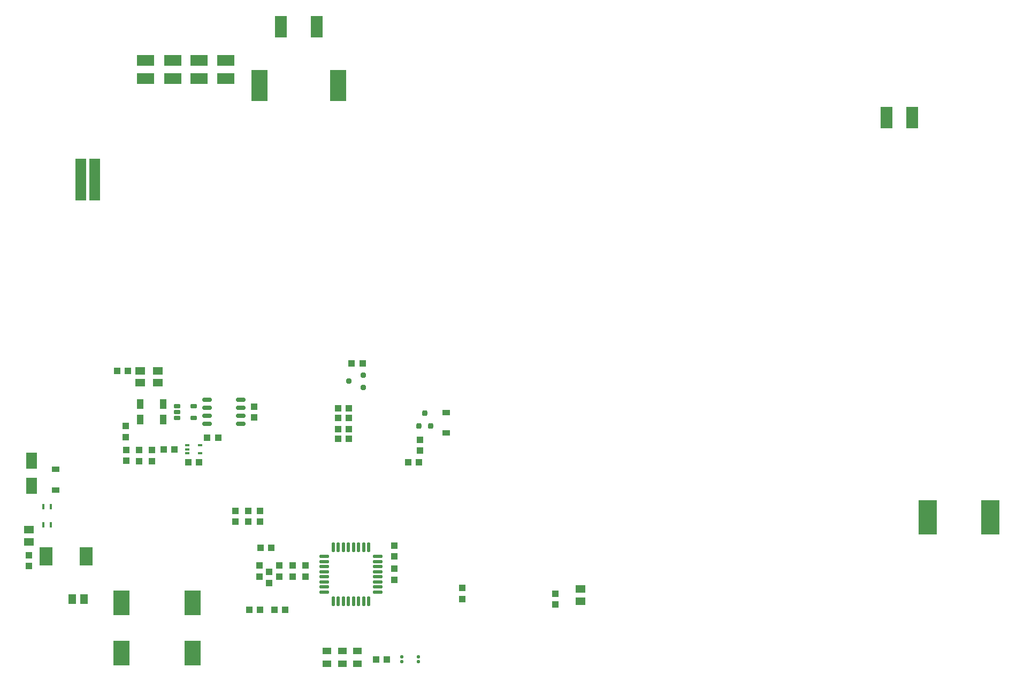
<source format=gtp>
G04*
G04 #@! TF.GenerationSoftware,Altium Limited,Altium Designer,20.0.13 (296)*
G04*
G04 Layer_Color=8421504*
%FSLAX25Y25*%
%MOIN*%
G70*
G01*
G75*
G04:AMPARAMS|DCode=22|XSize=17.72mil|YSize=17.72mil|CornerRadius=0.74mil|HoleSize=0mil|Usage=FLASHONLY|Rotation=180.000|XOffset=0mil|YOffset=0mil|HoleType=Round|Shape=RoundedRectangle|*
%AMROUNDEDRECTD22*
21,1,0.01772,0.01624,0,0,180.0*
21,1,0.01624,0.01772,0,0,180.0*
1,1,0.00148,-0.00812,0.00812*
1,1,0.00148,0.00812,0.00812*
1,1,0.00148,0.00812,-0.00812*
1,1,0.00148,-0.00812,-0.00812*
%
%ADD22ROUNDEDRECTD22*%
%ADD23R,0.05787X0.03976*%
G04:AMPARAMS|DCode=24|XSize=67.12mil|YSize=259.91mil|CornerRadius=3.36mil|HoleSize=0mil|Usage=FLASHONLY|Rotation=0.000|XOffset=0mil|YOffset=0mil|HoleType=Round|Shape=RoundedRectangle|*
%AMROUNDEDRECTD24*
21,1,0.06712,0.25319,0,0,0.0*
21,1,0.06041,0.25991,0,0,0.0*
1,1,0.00671,0.03020,-0.12660*
1,1,0.00671,-0.03020,-0.12660*
1,1,0.00671,-0.03020,0.12660*
1,1,0.00671,0.03020,0.12660*
%
%ADD24ROUNDEDRECTD24*%
G04:AMPARAMS|DCode=25|XSize=31.5mil|YSize=35.43mil|CornerRadius=7.87mil|HoleSize=0mil|Usage=FLASHONLY|Rotation=180.000|XOffset=0mil|YOffset=0mil|HoleType=Round|Shape=RoundedRectangle|*
%AMROUNDEDRECTD25*
21,1,0.03150,0.01968,0,0,180.0*
21,1,0.01575,0.03543,0,0,180.0*
1,1,0.01575,-0.00787,0.00984*
1,1,0.01575,0.00787,0.00984*
1,1,0.01575,0.00787,-0.00984*
1,1,0.01575,-0.00787,-0.00984*
%
%ADD25ROUNDEDRECTD25*%
G04:AMPARAMS|DCode=26|XSize=27.17mil|YSize=38.98mil|CornerRadius=3.4mil|HoleSize=0mil|Usage=FLASHONLY|Rotation=90.000|XOffset=0mil|YOffset=0mil|HoleType=Round|Shape=RoundedRectangle|*
%AMROUNDEDRECTD26*
21,1,0.02717,0.03219,0,0,90.0*
21,1,0.02037,0.03898,0,0,90.0*
1,1,0.00679,0.01609,0.01019*
1,1,0.00679,0.01609,-0.01019*
1,1,0.00679,-0.01609,-0.01019*
1,1,0.00679,-0.01609,0.01019*
%
%ADD26ROUNDEDRECTD26*%
G04:AMPARAMS|DCode=27|XSize=21.65mil|YSize=59.06mil|CornerRadius=5.41mil|HoleSize=0mil|Usage=FLASHONLY|Rotation=180.000|XOffset=0mil|YOffset=0mil|HoleType=Round|Shape=RoundedRectangle|*
%AMROUNDEDRECTD27*
21,1,0.02165,0.04823,0,0,180.0*
21,1,0.01083,0.05906,0,0,180.0*
1,1,0.01083,-0.00541,0.02411*
1,1,0.01083,0.00541,0.02411*
1,1,0.01083,0.00541,-0.02411*
1,1,0.01083,-0.00541,-0.02411*
%
%ADD27ROUNDEDRECTD27*%
G04:AMPARAMS|DCode=28|XSize=21.65mil|YSize=59.06mil|CornerRadius=5.41mil|HoleSize=0mil|Usage=FLASHONLY|Rotation=270.000|XOffset=0mil|YOffset=0mil|HoleType=Round|Shape=RoundedRectangle|*
%AMROUNDEDRECTD28*
21,1,0.02165,0.04823,0,0,270.0*
21,1,0.01083,0.05906,0,0,270.0*
1,1,0.01083,-0.02411,-0.00541*
1,1,0.01083,-0.02411,0.00541*
1,1,0.01083,0.02411,0.00541*
1,1,0.01083,0.02411,-0.00541*
%
%ADD28ROUNDEDRECTD28*%
G04:AMPARAMS|DCode=29|XSize=30.71mil|YSize=30.71mil|CornerRadius=7.68mil|HoleSize=0mil|Usage=FLASHONLY|Rotation=270.000|XOffset=0mil|YOffset=0mil|HoleType=Round|Shape=RoundedRectangle|*
%AMROUNDEDRECTD29*
21,1,0.03071,0.01535,0,0,270.0*
21,1,0.01535,0.03071,0,0,270.0*
1,1,0.01535,-0.00768,-0.00768*
1,1,0.01535,-0.00768,0.00768*
1,1,0.01535,0.00768,0.00768*
1,1,0.01535,0.00768,-0.00768*
%
%ADD29ROUNDEDRECTD29*%
%ADD30R,0.04300X0.03900*%
%ADD31R,0.03900X0.04300*%
%ADD32R,0.05118X0.05906*%
%ADD33R,0.05906X0.05118*%
%ADD34R,0.07480X0.13386*%
%ADD35R,0.04331X0.03937*%
%ADD36R,0.03937X0.04331*%
%ADD37R,0.11000X0.06800*%
%ADD38R,0.07874X0.11811*%
%ADD39R,0.07300X0.13400*%
%ADD40R,0.11417X0.21260*%
%ADD41R,0.09843X0.19685*%
%ADD42R,0.01575X0.03543*%
%ADD43R,0.04803X0.03583*%
%ADD44R,0.09843X0.15748*%
G04:AMPARAMS|DCode=45|XSize=61.02mil|YSize=23.62mil|CornerRadius=5.91mil|HoleSize=0mil|Usage=FLASHONLY|Rotation=180.000|XOffset=0mil|YOffset=0mil|HoleType=Round|Shape=RoundedRectangle|*
%AMROUNDEDRECTD45*
21,1,0.06102,0.01181,0,0,180.0*
21,1,0.04921,0.02362,0,0,180.0*
1,1,0.01181,-0.02461,0.00591*
1,1,0.01181,0.02461,0.00591*
1,1,0.01181,0.02461,-0.00591*
1,1,0.01181,-0.02461,-0.00591*
%
%ADD45ROUNDEDRECTD45*%
%ADD46R,0.04799X0.03598*%
%ADD47R,0.04300X0.06300*%
%ADD48R,0.06693X0.09843*%
G04:AMPARAMS|DCode=49|XSize=15.75mil|YSize=25.59mil|CornerRadius=1.97mil|HoleSize=0mil|Usage=FLASHONLY|Rotation=90.000|XOffset=0mil|YOffset=0mil|HoleType=Round|Shape=RoundedRectangle|*
%AMROUNDEDRECTD49*
21,1,0.01575,0.02165,0,0,90.0*
21,1,0.01181,0.02559,0,0,90.0*
1,1,0.00394,0.01083,0.00591*
1,1,0.00394,0.01083,-0.00591*
1,1,0.00394,-0.01083,-0.00591*
1,1,0.00394,-0.01083,0.00591*
%
%ADD49ROUNDEDRECTD49*%
D22*
X248171Y7524D02*
D03*
Y10476D02*
D03*
X237738Y7524D02*
D03*
Y10476D02*
D03*
D23*
X191000Y14022D02*
D03*
Y6305D02*
D03*
X200534Y14022D02*
D03*
Y6305D02*
D03*
X210104Y14022D02*
D03*
Y6305D02*
D03*
D24*
X46340Y308287D02*
D03*
X37660D02*
D03*
D25*
X252000Y162437D02*
D03*
X255543Y154563D02*
D03*
X248457D02*
D03*
D26*
X107945Y167000D02*
D03*
Y159520D02*
D03*
X97748D02*
D03*
Y163260D02*
D03*
Y167000D02*
D03*
D27*
X217024Y45268D02*
D03*
X213874D02*
D03*
X210724D02*
D03*
X207575D02*
D03*
X204425D02*
D03*
X201276D02*
D03*
X198126D02*
D03*
X194976D02*
D03*
Y78732D02*
D03*
X198126D02*
D03*
X201276D02*
D03*
X204425D02*
D03*
X207575D02*
D03*
X210724D02*
D03*
X213874D02*
D03*
X217024D02*
D03*
D28*
X189268Y50976D02*
D03*
Y54126D02*
D03*
Y57276D02*
D03*
Y60425D02*
D03*
Y63575D02*
D03*
Y66724D02*
D03*
Y69874D02*
D03*
Y73024D02*
D03*
X222732D02*
D03*
Y69874D02*
D03*
Y66724D02*
D03*
Y63575D02*
D03*
Y60425D02*
D03*
Y57276D02*
D03*
Y54126D02*
D03*
Y50976D02*
D03*
D29*
X213599Y178667D02*
D03*
Y186147D02*
D03*
X204584Y182407D02*
D03*
D30*
X158300Y40000D02*
D03*
X164992D02*
D03*
X149346D02*
D03*
X142654D02*
D03*
X213193Y193500D02*
D03*
X206500D02*
D03*
X241764Y132000D02*
D03*
X248457D02*
D03*
X95943Y140000D02*
D03*
X89250D02*
D03*
X149653Y78500D02*
D03*
X156346D02*
D03*
X221654Y9000D02*
D03*
X228346D02*
D03*
X123193Y147260D02*
D03*
X116500D02*
D03*
X204783Y159500D02*
D03*
X198091D02*
D03*
X204783Y152500D02*
D03*
X198091D02*
D03*
X198091Y165500D02*
D03*
X204784D02*
D03*
X198091Y146500D02*
D03*
X204784D02*
D03*
D31*
X155146Y56653D02*
D03*
Y63346D02*
D03*
X249000Y139154D02*
D03*
Y145846D02*
D03*
X73943Y132653D02*
D03*
Y139347D02*
D03*
X65943Y139497D02*
D03*
Y132803D02*
D03*
X142000Y94807D02*
D03*
Y101500D02*
D03*
X134000Y101500D02*
D03*
Y94807D02*
D03*
X65831Y147662D02*
D03*
Y154362D02*
D03*
X149150Y67350D02*
D03*
Y60650D02*
D03*
D32*
X39740Y46500D02*
D03*
X32260D02*
D03*
D33*
X74847Y189000D02*
D03*
Y181520D02*
D03*
X85847Y181520D02*
D03*
Y189000D02*
D03*
X349000Y45273D02*
D03*
Y52753D02*
D03*
X5500Y82260D02*
D03*
Y89740D02*
D03*
D34*
X539577Y347000D02*
D03*
X555777D02*
D03*
D35*
X104596Y132000D02*
D03*
X111289D02*
D03*
X67000Y189000D02*
D03*
X60307D02*
D03*
D36*
X81943Y139347D02*
D03*
Y132653D02*
D03*
X5500Y73937D02*
D03*
Y67244D02*
D03*
X233000Y73307D02*
D03*
Y80000D02*
D03*
Y58653D02*
D03*
Y65346D02*
D03*
X149500Y101500D02*
D03*
Y94807D02*
D03*
X177800Y67347D02*
D03*
Y60654D02*
D03*
X169800Y67347D02*
D03*
Y60654D02*
D03*
X161300Y67347D02*
D03*
Y60654D02*
D03*
X145846Y166606D02*
D03*
Y159913D02*
D03*
X275500Y46654D02*
D03*
Y53347D02*
D03*
X333500Y43154D02*
D03*
Y49846D02*
D03*
D37*
X128000Y382500D02*
D03*
Y371100D02*
D03*
X111500Y382500D02*
D03*
Y371100D02*
D03*
X95000Y382500D02*
D03*
Y371100D02*
D03*
X78000Y382500D02*
D03*
Y371100D02*
D03*
D38*
X15902Y73300D02*
D03*
X41098D02*
D03*
D39*
X184650Y403500D02*
D03*
X162350D02*
D03*
D40*
X604488Y97500D02*
D03*
X565512D02*
D03*
D41*
X198106Y367000D02*
D03*
X148894D02*
D03*
D42*
X18895Y104012D02*
D03*
X14367D02*
D03*
X18895Y92988D02*
D03*
X14367D02*
D03*
D43*
X21946Y127437D02*
D03*
Y114563D02*
D03*
D44*
X107500Y44248D02*
D03*
Y12752D02*
D03*
X63000Y44248D02*
D03*
Y12752D02*
D03*
D45*
X137477Y165760D02*
D03*
Y170760D02*
D03*
Y155760D02*
D03*
Y160760D02*
D03*
X116217Y170760D02*
D03*
Y160760D02*
D03*
Y165760D02*
D03*
Y155760D02*
D03*
D46*
X265500Y162981D02*
D03*
Y150082D02*
D03*
D47*
X88946Y168010D02*
D03*
Y158510D02*
D03*
X74747Y168010D02*
D03*
Y158510D02*
D03*
D48*
X7000Y132874D02*
D03*
Y117126D02*
D03*
D49*
X111978Y142559D02*
D03*
Y137441D02*
D03*
X103908D02*
D03*
Y142559D02*
D03*
Y140000D02*
D03*
M02*

</source>
